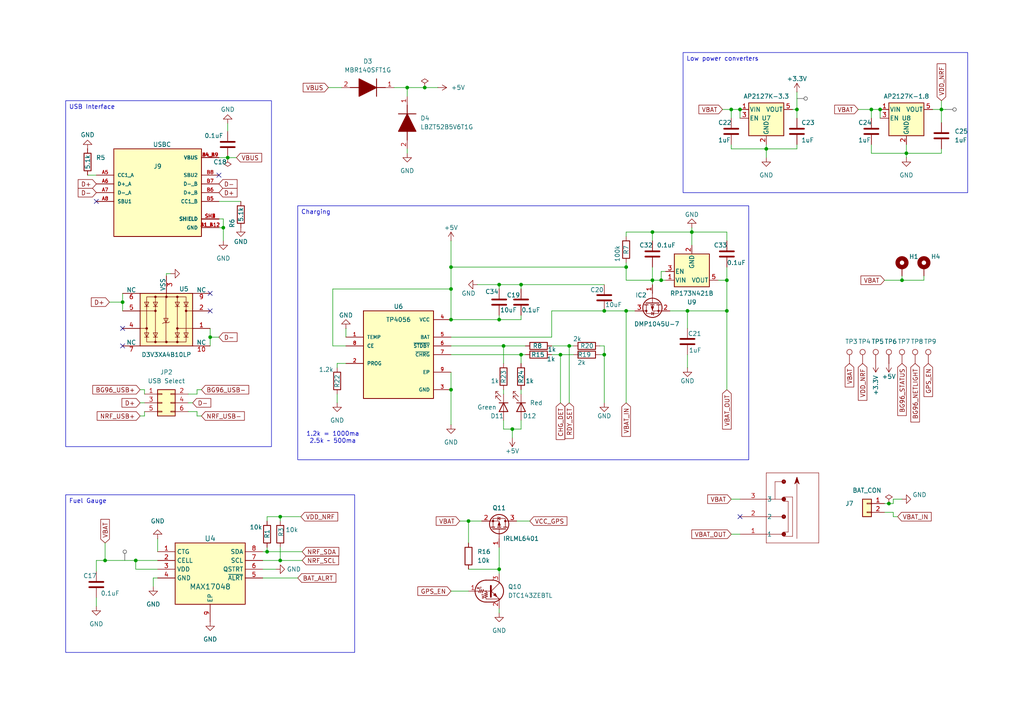
<source format=kicad_sch>
(kicad_sch (version 20231120) (generator "eeschema") (generator_version "8.0")
  (paper "A4")
  (title_block (title "Ivor GPS Tracker") (date "2024-08-24") (rev "1.5"))
  (junction (at 148.59 124.46))
  (junction (at 261.62 81.28))
  (junction (at 165.1 100.33))
  (junction (at 210.82 90.17))
  (junction (at 130.81 113.03))
  (junction (at 181.61 77.47))
  (junction (at 130.81 83.82))
  (junction (at 151.13 102.87))
  (junction (at 35.56 87.63))
  (junction (at 144.78 165.1))
  (junction (at 144.78 82.55))
  (junction (at 273.05 31.75))
  (junction (at 175.26 90.17))
  (junction (at 222.25 43.18))
  (junction (at 81.28 162.56))
  (junction (at 212.09 31.75))
  (junction (at 255.27 31.75))
  (junction (at 146.05 100.33))
  (junction (at 210.82 81.28))
  (junction (at 162.56 102.87))
  (junction (at 30.48 162.56))
  (junction (at 77.47 160.02))
  (junction (at 181.61 90.17))
  (junction (at 191.77 81.28))
  (junction (at 200.66 67.31))
  (junction (at 151.13 82.55))
  (junction (at 257.81 146.05))
  (junction (at 175.26 102.87))
  (junction (at 39.37 162.56))
  (junction (at 189.23 67.31))
  (junction (at 252.73 31.75))
  (junction (at 189.23 81.28))
  (junction (at 262.89 44.45))
  (junction (at 123.19 25.4))
  (junction (at 130.81 92.71))
  (junction (at 64.77 66.04))
  (junction (at 118.11 25.4))
  (junction (at 144.78 92.71))
  (junction (at 231.14 31.75))
  (junction (at 66.04 45.72))
  (junction (at 130.81 77.47))
  (junction (at 214.63 31.75))
  (junction (at 135.89 151.13))
  (junction (at 60.96 97.79))
  (junction (at 81.28 149.86))
  (junction (at 199.39 90.17))
  (no_connect (at 214.63 149.86))
  (no_connect (at 27.94 58.42))
  (no_connect (at 60.96 85.09))
  (no_connect (at 60.96 90.17))
  (no_connect (at 35.56 100.33))
  (no_connect (at 35.56 95.25))
  (no_connect (at 63.5 50.8))
  (wire (pts (xy 130.81 97.79) (xy 160.02 97.79)))
  (wire (pts (xy 60.96 97.79) (xy 60.96 95.25)))
  (wire (pts (xy 30.48 162.56) (xy 39.37 162.56)))
  (wire (pts (xy 210.82 67.31) (xy 210.82 69.85)))
  (wire (pts (xy 27.94 162.56) (xy 27.94 165.735)))
  (wire (pts (xy 135.89 151.13) (xy 139.7 151.13)))
  (wire (pts (xy 160.02 90.17) (xy 160.02 97.79)))
  (wire (pts (xy 151.13 102.87) (xy 152.4 102.87)))
  (wire (pts (xy 231.14 31.75) (xy 229.87 31.75)))
  (wire (pts (xy 151.13 82.55) (xy 175.26 82.55)))
  (wire (pts (xy 162.56 102.87) (xy 162.56 116.84)))
  (wire (pts (xy 256.54 81.28) (xy 261.62 81.28)))
  (wire (pts (xy 212.09 154.94) (xy 214.63 154.94)))
  (wire (pts (xy 255.27 31.75) (xy 255.27 34.29)))
  (wire (pts (xy 130.81 77.47) (xy 130.81 69.85)))
  (wire (pts (xy 212.09 144.78) (xy 214.63 144.78)))
  (wire (pts (xy 210.82 90.17) (xy 210.82 113.03)))
  (wire (pts (xy 63.5 66.04) (xy 64.77 66.04)))
  (wire (pts (xy 214.63 31.75) (xy 214.63 34.29)))
  (wire (pts (xy 130.81 102.87) (xy 151.13 102.87)))
  (wire (pts (xy 146.05 100.33) (xy 152.4 100.33)))
  (wire (pts (xy 54.61 116.84) (xy 55.88 116.84)))
  (wire (pts (xy 40.64 116.84) (xy 41.91 116.84)))
  (wire (pts (xy 97.79 114.3) (xy 97.79 116.84)))
  (wire (pts (xy 100.33 95.25) (xy 100.33 97.79)))
  (wire (pts (xy 77.47 160.02) (xy 87.63 160.02)))
  (wire (pts (xy 189.23 67.31) (xy 200.66 67.31)))
  (wire (pts (xy 146.05 113.03) (xy 146.05 114.3)))
  (wire (pts (xy 165.1 100.33) (xy 160.02 100.33)))
  (wire (pts (xy 63.5 63.5) (xy 64.77 63.5)))
  (wire (pts (xy 273.05 31.75) (xy 270.51 31.75)))
  (wire (pts (xy 57.15 113.03) (xy 57.15 114.3)))
  (wire (pts (xy 114.3 25.4) (xy 118.11 25.4)))
  (wire (pts (xy 95.25 25.4) (xy 99.06 25.4)))
  (wire (pts (xy 262.89 44.45) (xy 262.89 41.91)))
  (wire (pts (xy 97.79 105.41) (xy 100.33 105.41)))
  (wire (pts (xy 175.26 100.33) (xy 175.26 102.87)))
  (wire (pts (xy 259.08 144.78) (xy 259.08 146.05)))
  (wire (pts (xy 175.26 90.17) (xy 181.61 90.17)))
  (wire (pts (xy 81.28 162.56) (xy 87.63 162.56)))
  (wire (pts (xy 191.77 78.74) (xy 191.77 81.28)))
  (wire (pts (xy 144.78 91.44) (xy 144.78 92.71)))
  (wire (pts (xy 210.82 81.28) (xy 210.82 77.47)))
  (wire (pts (xy 151.13 124.46) (xy 151.13 121.92)))
  (wire (pts (xy 68.58 45.72) (xy 66.04 45.72)))
  (wire (pts (xy 189.23 77.47) (xy 189.23 81.28)))
  (wire (pts (xy 58.42 120.65) (xy 57.15 120.65)))
  (wire (pts (xy 259.08 146.05) (xy 257.81 146.05)))
  (wire (pts (xy 27.94 173.355) (xy 27.94 175.895)))
  (wire (pts (xy 259.08 148.59) (xy 256.54 148.59)))
  (wire (pts (xy 44.45 167.64) (xy 45.72 167.64)))
  (wire (pts (xy 41.91 120.65) (xy 41.91 119.38)))
  (wire (pts (xy 39.37 162.56) (xy 39.37 165.1)))
  (wire (pts (xy 48.26 79.375) (xy 49.53 79.375)))
  (wire (pts (xy 146.05 121.92) (xy 146.05 124.46)))
  (wire (pts (xy 146.05 124.46) (xy 148.59 124.46)))
  (wire (pts (xy 256.54 146.05) (xy 257.81 146.05)))
  (wire (pts (xy 149.86 151.13) (xy 153.67 151.13)))
  (wire (pts (xy 148.59 124.46) (xy 151.13 124.46)))
  (wire (pts (xy 259.08 144.78) (xy 261.62 144.78)))
  (wire (pts (xy 118.11 25.4) (xy 123.19 25.4)))
  (wire (pts (xy 130.81 100.33) (xy 146.05 100.33)))
  (wire (pts (xy 64.77 66.04) (xy 64.77 69.85)))
  (wire (pts (xy 199.39 90.17) (xy 210.82 90.17)))
  (wire (pts (xy 130.81 171.45) (xy 135.89 171.45)))
  (wire (pts (xy 58.42 113.03) (xy 57.15 113.03)))
  (wire (pts (xy 151.13 113.03) (xy 151.13 114.3)))
  (wire (pts (xy 273.05 31.75) (xy 274.32 31.75)))
  (wire (pts (xy 118.11 43.18) (xy 118.11 44.45)))
  (wire (pts (xy 76.2 160.02) (xy 77.47 160.02)))
  (wire (pts (xy 273.05 35.56) (xy 273.05 31.75)))
  (wire (pts (xy 41.91 113.03) (xy 41.91 114.3)))
  (wire (pts (xy 173.99 102.87) (xy 175.26 102.87)))
  (wire (pts (xy 44.45 170.18) (xy 44.45 167.64)))
  (wire (pts (xy 69.85 58.42) (xy 63.5 58.42)))
  (wire (pts (xy 252.73 31.75) (xy 252.73 34.29)))
  (wire (pts (xy 35.56 87.63) (xy 35.56 90.17)))
  (wire (pts (xy 165.1 100.33) (xy 165.1 116.84)))
  (wire (pts (xy 261.62 81.28) (xy 267.97 81.28)))
  (wire (pts (xy 199.39 90.17) (xy 199.39 95.25)))
  (wire (pts (xy 144.78 83.82) (xy 144.78 82.55)))
  (wire (pts (xy 162.56 102.87) (xy 166.37 102.87)))
  (wire (pts (xy 181.61 68.58) (xy 181.61 67.31)))
  (wire (pts (xy 222.25 43.18) (xy 222.25 41.91)))
  (wire (pts (xy 267.97 81.28) (xy 267.97 80.01)))
  (wire (pts (xy 66.04 45.72) (xy 63.5 45.72)))
  (wire (pts (xy 175.26 102.87) (xy 175.26 116.84)))
  (wire (pts (xy 144.78 177.8) (xy 144.78 176.53)))
  (wire (pts (xy 259.08 149.86) (xy 260.35 149.86)))
  (wire (pts (xy 31.75 87.63) (xy 35.56 87.63)))
  (wire (pts (xy 130.81 113.03) (xy 130.81 123.19)))
  (wire (pts (xy 165.1 100.33) (xy 166.37 100.33)))
  (wire (pts (xy 255.27 31.75) (xy 252.73 31.75)))
  (wire (pts (xy 130.81 107.95) (xy 130.81 113.03)))
  (wire (pts (xy 200.66 67.31) (xy 210.82 67.31)))
  (wire (pts (xy 181.61 67.31) (xy 189.23 67.31)))
  (wire (pts (xy 138.43 82.55) (xy 144.78 82.55)))
  (wire (pts (xy 262.89 44.45) (xy 262.89 45.72)))
  (wire (pts (xy 130.81 92.71) (xy 144.78 92.71)))
  (wire (pts (xy 252.73 41.91) (xy 252.73 44.45)))
  (wire (pts (xy 39.37 162.56) (xy 45.72 162.56)))
  (wire (pts (xy 212.09 31.75) (xy 214.63 31.75)))
  (wire (pts (xy 199.39 102.87) (xy 199.39 106.68)))
  (wire (pts (xy 144.78 165.1) (xy 144.78 166.37)))
  (wire (pts (xy 181.61 81.28) (xy 189.23 81.28)))
  (wire (pts (xy 57.15 114.3) (xy 54.61 114.3)))
  (wire (pts (xy 248.92 31.75) (xy 252.73 31.75)))
  (wire (pts (xy 252.73 44.45) (xy 262.89 44.45)))
  (wire (pts (xy 200.66 67.31) (xy 200.66 71.12)))
  (wire (pts (xy 146.05 100.33) (xy 146.05 105.41)))
  (wire (pts (xy 151.13 92.71) (xy 144.78 92.71)))
  (wire (pts (xy 181.61 90.17) (xy 181.61 116.84)))
  (wire (pts (xy 151.13 102.87) (xy 151.13 105.41)))
  (wire (pts (xy 273.05 29.21) (xy 273.05 31.75)))
  (wire (pts (xy 30.48 157.48) (xy 30.48 162.56)))
  (wire (pts (xy 148.59 124.46) (xy 148.59 127)))
  (wire (pts (xy 209.55 31.75) (xy 212.09 31.75)))
  (wire (pts (xy 231.14 26.67) (xy 231.14 31.75)))
  (wire (pts (xy 77.47 149.86) (xy 81.28 149.86)))
  (wire (pts (xy 212.09 43.18) (xy 212.09 41.91)))
  (wire (pts (xy 96.52 83.82) (xy 96.52 100.33)))
  (wire (pts (xy 48.26 80.01) (xy 48.26 79.375)))
  (wire (pts (xy 130.81 83.82) (xy 130.81 92.71)))
  (wire (pts (xy 212.09 43.18) (xy 222.25 43.18)))
  (wire (pts (xy 97.79 105.41) (xy 97.79 106.68)))
  (wire (pts (xy 76.2 162.56) (xy 81.28 162.56)))
  (wire (pts (xy 181.61 77.47) (xy 181.61 81.28)))
  (wire (pts (xy 173.99 100.33) (xy 175.26 100.33)))
  (wire (pts (xy 181.61 90.17) (xy 184.15 90.17)))
  (wire (pts (xy 96.52 83.82) (xy 130.81 83.82)))
  (wire (pts (xy 208.28 81.28) (xy 210.82 81.28)))
  (wire (pts (xy 39.37 165.1) (xy 45.72 165.1)))
  (wire (pts (xy 189.23 82.55) (xy 189.23 81.28)))
  (wire (pts (xy 63.5 97.79) (xy 60.96 97.79)))
  (wire (pts (xy 144.78 158.75) (xy 144.78 165.1)))
  (wire (pts (xy 160.02 102.87) (xy 162.56 102.87)))
  (wire (pts (xy 35.56 85.09) (xy 35.56 87.63)))
  (wire (pts (xy 212.09 31.75) (xy 212.09 34.29)))
  (wire (pts (xy 193.04 78.74) (xy 191.77 78.74)))
  (wire (pts (xy 133.35 151.13) (xy 135.89 151.13)))
  (wire (pts (xy 96.52 100.33) (xy 100.33 100.33)))
  (wire (pts (xy 259.08 149.86) (xy 259.08 148.59)))
  (wire (pts (xy 144.78 82.55) (xy 151.13 82.55)))
  (wire (pts (xy 189.23 69.85) (xy 189.23 67.31)))
  (wire (pts (xy 191.77 81.28) (xy 193.04 81.28)))
  (wire (pts (xy 222.25 43.18) (xy 222.25 45.72)))
  (wire (pts (xy 76.2 167.64) (xy 86.36 167.64)))
  (wire (pts (xy 77.47 158.75) (xy 77.47 160.02)))
  (wire (pts (xy 27.94 162.56) (xy 30.48 162.56)))
  (wire (pts (xy 160.02 90.17) (xy 175.26 90.17)))
  (wire (pts (xy 45.72 156.21) (xy 45.72 160.02)))
  (wire (pts (xy 130.81 77.47) (xy 130.81 83.82)))
  (wire (pts (xy 151.13 91.44) (xy 151.13 92.71)))
  (wire (pts (xy 194.31 90.17) (xy 199.39 90.17)))
  (wire (pts (xy 151.13 83.82) (xy 151.13 82.55)))
  (wire (pts (xy 123.19 25.4) (xy 127 25.4)))
  (wire (pts (xy 222.25 43.18) (xy 231.14 43.18)))
  (wire (pts (xy 81.28 158.75) (xy 81.28 162.56)))
  (wire (pts (xy 135.89 165.1) (xy 144.78 165.1)))
  (wire (pts (xy 64.77 63.5) (xy 64.77 66.04)))
  (wire (pts (xy 135.89 151.13) (xy 135.89 157.48)))
  (wire (pts (xy 60.96 97.79) (xy 60.96 100.33)))
  (wire (pts (xy 210.82 90.17) (xy 210.82 81.28)))
  (wire (pts (xy 80.01 165.1) (xy 76.2 165.1)))
  (wire (pts (xy 231.14 43.18) (xy 231.14 41.91)))
  (wire (pts (xy 261.62 80.01) (xy 261.62 81.28)))
  (wire (pts (xy 231.14 34.29) (xy 231.14 31.75)))
  (wire (pts (xy 81.28 149.86) (xy 87.249 149.86)))
  (wire (pts (xy 77.47 149.86) (xy 77.47 151.13)))
  (wire (pts (xy 181.61 76.2) (xy 181.61 77.47)))
  (wire (pts (xy 40.64 120.65) (xy 41.91 120.65)))
  (wire (pts (xy 189.23 81.28) (xy 191.77 81.28)))
  (wire (pts (xy 262.89 44.45) (xy 273.05 44.45)))
  (wire (pts (xy 81.28 149.86) (xy 81.28 151.13)))
  (wire (pts (xy 40.64 113.03) (xy 41.91 113.03)))
  (wire (pts (xy 66.04 38.1) (xy 66.04 35.814)))
  (wire (pts (xy 57.15 119.38) (xy 54.61 119.38)))
  (wire (pts (xy 25.4 50.8) (xy 27.94 50.8)))
  (wire (pts (xy 57.15 120.65) (xy 57.15 119.38)))
  (wire (pts (xy 130.81 77.47) (xy 181.61 77.47)))
  (wire (pts (xy 200.66 67.31) (xy 200.66 66.04)))
  (wire (pts (xy 273.05 43.18) (xy 273.05 44.45)))
  (wire (pts (xy 118.11 25.4) (xy 118.11 27.94)))
  (text_box "Fuel Gauge" (at 19.05 143.51 0) (size 83.82 45.72) (effects (font (size 1.27 1.27)) (justify left top)))
  (text_box "Low power converters" (at 198.12 15.24 0) (size 82.55 40.64) (effects (font (size 1.27 1.27)) (justify left top)))
  (text_box "Charging" (at 86.36 59.69 0) (size 130.81 73.66) (effects (font (size 1.27 1.27)) (justify left top)))
  (text_box "USB Interface" (at 19.05 29.21 0) (size 59.69 100.33) (effects (font (size 1.27 1.27)) (justify left top)))
  (text "1.2k = 1000ma\n2.5k ~ 500ma" (at 96.52 127 0) (effects (font (size 1.27 1.27))))
  (global_label "D-" (shape input) (at 27.94 55.88 180) (property "Intersheetrefs" "${INTERSHEET_REFS}" (effects (hide yes))))
  (global_label "NRF_USB-" (shape input) (at 58.42 120.65 0) (property "Intersheetrefs" "${INTERSHEET_REFS}" (effects (hide yes))))
  (global_label "D+" (shape input) (at 27.94 53.34 180) (property "Intersheetrefs" "${INTERSHEET_REFS}" (effects (hide yes))))
  (global_label "VBAT" (shape input) (at 256.54 81.28 180) (property "Intersheetrefs" "${INTERSHEET_REFS}" (effects (hide yes))))
  (global_label "BG96_USB+" (shape input) (at 40.64 113.03 180) (property "Intersheetrefs" "${INTERSHEET_REFS}" (effects (hide yes))))
  (global_label "VBAT" (shape input) (at 30.48 157.48 90) (property "Intersheetrefs" "${INTERSHEET_REFS}" (effects (hide yes))))
  (global_label "VBAT_IN" (shape input) (at 181.61 116.84 270) (property "Intersheetrefs" "${INTERSHEET_REFS}" (effects (hide yes))))
  (global_label "BG96_NETLIGHT" (shape input) (at 265.43 105.41 270) (property "Intersheetrefs" "${INTERSHEET_REFS}" (effects (hide yes))))
  (global_label "BG96_USB-" (shape input) (at 58.42 113.03 0) (property "Intersheetrefs" "${INTERSHEET_REFS}" (effects (hide yes))))
  (global_label "VBAT_OUT" (shape input) (at 210.82 113.03 270) (property "Intersheetrefs" "${INTERSHEET_REFS}" (effects (hide yes))))
  (global_label "VDD_NRF" (shape input) (at 273.05 29.21 90) (property "Intersheetrefs" "${INTERSHEET_REFS}" (effects (hide yes))))
  (global_label "CHG_DET" (shape input) (at 162.56 116.84 270) (property "Intersheetrefs" "${INTERSHEET_REFS}" (effects (hide yes))))
  (global_label "VBAT_OUT" (shape input) (at 212.09 154.94 180) (property "Intersheetrefs" "${INTERSHEET_REFS}" (effects (hide yes))))
  (global_label "VBAT" (shape input) (at 246.38 105.41 270) (property "Intersheetrefs" "${INTERSHEET_REFS}" (effects (hide yes))))
  (global_label "D+" (shape input) (at 40.64 116.84 180) (property "Intersheetrefs" "${INTERSHEET_REFS}" (effects (hide yes))))
  (global_label "VBAT" (shape input) (at 209.55 31.75 180) (property "Intersheetrefs" "${INTERSHEET_REFS}" (effects (hide yes))))
  (global_label "NRF_SCL" (shape input) (at 87.63 162.56 0) (property "Intersheetrefs" "${INTERSHEET_REFS}" (effects (hide yes))))
  (global_label "NRF_USB+" (shape input) (at 40.64 120.65 180) (property "Intersheetrefs" "${INTERSHEET_REFS}" (effects (hide yes))))
  (global_label "VBUS" (shape input) (at 95.25 25.4 180) (property "Intersheetrefs" "${INTERSHEET_REFS}" (effects (hide yes))))
  (global_label "NRF_SDA" (shape input) (at 87.63 160.02 0) (property "Intersheetrefs" "${INTERSHEET_REFS}" (effects (hide yes))))
  (global_label "VBAT" (shape input) (at 133.35 151.13 180) (property "Intersheetrefs" "${INTERSHEET_REFS}" (effects (hide yes))))
  (global_label "VBAT" (shape input) (at 212.09 144.78 180) (property "Intersheetrefs" "${INTERSHEET_REFS}" (effects (hide yes))))
  (global_label "VBAT_IN" (shape input) (at 260.35 149.86 0) (property "Intersheetrefs" "${INTERSHEET_REFS}" (effects (hide yes))))
  (global_label "GPS_EN" (shape input) (at 269.24 105.41 270) (property "Intersheetrefs" "${INTERSHEET_REFS}" (effects (hide yes))))
  (global_label "VDD_NRF" (shape input) (at 250.19 105.41 270) (property "Intersheetrefs" "${INTERSHEET_REFS}" (effects (hide yes))))
  (global_label "VBUS" (shape input) (at 68.58 45.72 0) (property "Intersheetrefs" "${INTERSHEET_REFS}" (effects (hide yes))))
  (global_label "D-" (shape input) (at 55.88 116.84 0) (property "Intersheetrefs" "${INTERSHEET_REFS}" (effects (hide yes))))
  (global_label "VBAT" (shape input) (at 248.92 31.75 180) (property "Intersheetrefs" "${INTERSHEET_REFS}" (effects (hide yes))))
  (global_label "GPS_EN" (shape input) (at 130.81 171.45 180) (property "Intersheetrefs" "${INTERSHEET_REFS}" (effects (hide yes))))
  (global_label "RDY_SET" (shape input) (at 165.1 116.84 270) (property "Intersheetrefs" "${INTERSHEET_REFS}" (effects (hide yes))))
  (global_label "VCC_GPS" (shape input) (at 153.67 151.13 0) (property "Intersheetrefs" "${INTERSHEET_REFS}" (effects (hide yes))))
  (global_label "D-" (shape input) (at 63.5 97.79 0) (property "Intersheetrefs" "${INTERSHEET_REFS}" (effects (hide yes))))
  (global_label "BAT_ALRT" (shape input) (at 86.36 167.64 0) (property "Intersheetrefs" "${INTERSHEET_REFS}" (effects (hide yes))))
  (global_label "D-" (shape input) (at 63.5 53.34 0) (property "Intersheetrefs" "${INTERSHEET_REFS}" (effects (hide yes))))
  (global_label "VDD_NRF" (shape input) (at 87.249 149.86 0) (property "Intersheetrefs" "${INTERSHEET_REFS}" (effects (hide yes))))
  (global_label "D+" (shape input) (at 63.5 55.88 0) (property "Intersheetrefs" "${INTERSHEET_REFS}" (effects (hide yes))))
  (global_label "BG96_STATUS" (shape input) (at 261.62 105.41 270) (property "Intersheetrefs" "${INTERSHEET_REFS}" (effects (hide yes))))
  (global_label "D+" (shape input) (at 31.75 87.63 180) (property "Intersheetrefs" "${INTERSHEET_REFS}" (effects (hide yes))))
  (netclass_flag "" (length 2.54) (shape round) (at 274.32 31.75 270) (property "Netclass" "power" (effects (hide yes))))
  (netclass_flag "" (length 2.54) (shape round) (at 231.14 28.575 270) (property "Netclass" "power" (effects (hide yes))))
  (netclass_flag "" (length 2.54) (shape round) (at 36.195 162.56 0) (property "Netclass" "power" (effects (hide yes))))
  (symbol (lib_id "power:GND") (at 80.01 165.1 90) (unit 1)
    (property "Reference" "#PWR039" (effects (hide yes)))
    (property "Value" "GND" (at 83.185 165.0999 90) (effects (justify right)))
    (property "Description" "Power symbol creates a global label with name \"GND\" , ground" (effects (hide yes)))
    (instances (project "tracker" (path "" (reference "#PWR039") (unit 1))) (project "tracker-pcb" (path "" (reference "#PWR?") (unit 1)) (path "" (reference "#PWR?") (unit 1))))
  )
  (symbol (lib_id "Regulator_Linear:AP2127K-4.2") (at 200.66 78.74 0) (mirror x) (unit 1)
    (property "Reference" "U9" (at 200.66 87.63 0))
    (property "Value" "RP173N421B" (at 200.66 85.09 0))
    (property "Footprint" "Package_TO_SOT_SMD:SOT-23-5" (effects (hide yes)))
    (property "Datasheet" "https://www.mouser.co.uk/datasheet/2/294/rp173_ea-3219957.pdf" (effects (hide yes)))
  )
  (symbol (lib_id "power:GND") (at 69.85 66.04 0) (mirror y) (unit 1)
    (property "Reference" "#PWR032" (effects (hide yes)))
    (property "Value" "GND" (at 69.85 70.104 0))
    (property "Description" "Power symbol creates a global label with name \"GND\" , ground" (effects (hide yes)))
  )
  (symbol (lib_id "Device:C") (at 66.04 41.91 180) (unit 1)
    (property "Reference" "C18" (at 65.786 46.99 0) (effects (justify left)))
    (property "Value" "0.1uF" (at 64.77 39.37 0) (effects (justify left)))
    (property "Footprint" "Capacitor_SMD:C_0402_1005Metric" (effects (hide yes)))
    (property "LCSC" "C2167244" (effects (hide yes)))
  )
  (symbol (lib_id "power:GND") (at 200.66 66.04 180) (unit 1)
    (property "Reference" "#PWR064" (effects (hide yes)))
    (property "Value" "GND" (at 200.66 62.23 0))
  )
  (symbol (lib_id "Device:R") (at 170.18 102.87 90) (unit 1)
    (property "Reference" "R19" (at 171.45 102.87 90) (effects (justify left)))
    (property "Value" "2k" (at 169.926 105.156 90) (effects (justify left)))
    (property "Footprint" "Resistor_SMD:R_0402_1005Metric" (effects (hide yes)))
    (property "LCSC" "C11702" (effects (hide yes)))
  )
  (symbol (lib_id "Device:R") (at 135.89 161.29 0) (unit 1)
    (property "Reference" "R16" (at 138.43 160.02 0) (effects (justify left)))
    (property "Value" "10k" (at 138.43 162.56 0) (effects (justify left)))
    (property "Footprint" "Resistor_SMD:R_0402_1005Metric" (effects (hide yes)))
    (property "LCSC" "C25744" (effects (hide yes)))
    (instances (project "tracker" (path "" (reference "R16") (unit 1))) (project "tracker-pcb" (path "" (reference "R?") (unit 1)) (path "" (reference "R?") (unit 1))))
  )
  (symbol (lib_id "Device:C") (at 144.78 87.63 0) (mirror x) (unit 1)
    (property "Reference" "C34" (at 140.716 84.582 0) (effects (justify left)))
    (property "Value" "10uF" (at 145.034 89.916 0) (effects (justify left)))
    (property "Footprint" "Capacitor_SMD:C_0603_1608Metric" (effects (hide yes)))
    (property "LCSC" "C70225" (effects (hide yes)))
    (property "Tolerance" "10%" (effects (hide yes)))
    (property "Voltage" "16v" (effects (hide yes)))
  )
  (symbol (lib_id "power:GND") (at 130.81 123.19 0) (unit 1)
    (property "Reference" "#PWR080" (effects (hide yes)))
    (property "Value" "GND" (at 130.81 128.27 0))
  )
  (symbol (lib_id "power:GND") (at 44.45 170.18 0) (unit 1)
    (property "Reference" "#PWR036" (effects (hide yes)))
    (property "Value" "GND" (at 44.45 175.26 0))
    (property "Description" "Power symbol creates a global label with name \"GND\" , ground" (effects (hide yes)))
    (instances (project "tracker" (path "" (reference "#PWR036") (unit 1))) (project "tracker-pcb" (path "" (reference "#PWR?") (unit 1)) (path "" (reference "#PWR?") (unit 1))))
  )
  (symbol (lib_id "power:GND") (at 49.53 79.375 90) (unit 1)
    (property "Reference" "#PWR038" (effects (hide yes)))
    (property "Value" "GND" (effects (hide yes)))
    (property "Description" "Power symbol creates a global label with name \"GND\" , ground" (effects (hide yes)))
    (instances (project "tracker" (path "" (reference "#PWR038") (unit 1))) (project "tracker-pcb" (path "" (reference "#PWR?") (unit 1)) (path "" (reference "#PWR?") (unit 1))))
  )
  (symbol (lib_id "Device:R") (at 25.4 46.99 180) (unit 1)
    (property "Reference" "R5" (at 29.21 45.72 0))
    (property "Value" "5.1k" (at 25.4 46.99 90))
    (property "Footprint" "Resistor_SMD:R_0402_1005Metric" (effects (hide yes)))
    (property "LCSC" "C25862" (effects (hide yes)))
  )
  (symbol (lib_id "Device:C") (at 175.26 86.36 0) (unit 1)
    (property "Reference" "C20" (at 171.196 84.074 0) (effects (justify left)))
    (property "Value" "10uF" (at 175.514 88.392 0) (effects (justify left)))
    (property "Footprint" "Capacitor_SMD:C_0603_1608Metric" (effects (hide yes)))
    (property "LCSC" "C70225" (effects (hide yes)))
    (property "Tolerance" "10%" (effects (hide yes)))
    (property "Voltage" "16v" (effects (hide yes)))
  )
  (symbol (lib_id "power:GND") (at 97.79 116.84 0) (unit 1)
    (property "Reference" "#PWR077" (effects (hide yes)))
    (property "Value" "GND" (at 97.79 121.92 0))
  )
  (symbol (lib_id "Device:C") (at 27.94 169.545 0) (unit 1)
    (property "Reference" "C17" (at 24.13 167.005 0) (effects (justify left)))
    (property "Value" "0.1uF" (at 29.21 172.085 0) (effects (justify left)))
    (property "Footprint" "Capacitor_SMD:C_0402_1005Metric" (effects (hide yes)))
    (property "LCSC" "C2167244" (effects (hide yes)))
    (instances (project "tracker" (path "" (reference "C17") (unit 1))) (project "tracker-pcb" (path "" (reference "C?") (unit 1))))
  )
  (symbol (lib_id "Mechanical:MountingHole_Pad") (at 261.62 77.47 0) (unit 1)
    (property "Reference" "H1" (at 263.652 74.422 0) (effects (justify left)))
    (property "Value" "Pad" (effects (hide yes)))
    (property "Footprint" "components:Pad" (effects (hide yes)))
  )
  (symbol (lib_id "Connector_Generic:Conn_01x02") (at 251.46 146.05 0) (mirror y) (unit 1)
    (property "Reference" "J7" (at 246.38 146.05 0))
    (property "Value" "BAT_CON" (at 251.46 142.24 0))
    (property "Footprint" "Connector_JST:JST_XA_B02B-XASK-1_1x02_P2.50mm_Vertical" (effects (hide yes)))
    (property "LCSC" "C158006" (effects (hide yes)))
  )
  (symbol (lib_id "power:+5V") (at 130.81 69.85 0) (unit 1)
    (property "Reference" "#PWR079" (effects (hide yes)))
    (property "Value" "+5V" (at 130.81 66.04 0))
  )
  (symbol (lib_id "Regulator_Linear:AP2127K-1.8") (at 262.89 34.29 0) (unit 1)
    (property "Reference" "U8" (at 262.89 34.29 0))
    (property "Value" "AP2127K-1.8" (at 262.89 27.94 0))
    (property "Footprint" "Package_TO_SOT_SMD:SOT-23-5" (effects (hide yes)))
    (property "Datasheet" "https://www.diodes.com/assets/Datasheets/AP2127.pdf" (effects (hide yes)))
    (property "LCSC" "C151375" (effects (hide yes)))
    (instances (project "tracker" (path "" (reference "U8") (unit 1))) (project "tracker-pcb" (path "" (reference "U?") (unit 1)) (path "" (reference "U?") (unit 1))))
  )
  (symbol (lib_id "Device:R") (at 181.61 72.39 0) (mirror x) (unit 1)
    (property "Reference" "R7" (at 181.61 71.12 90) (effects (justify left)))
    (property "Value" "100k" (at 179.07 71.12 90) (effects (justify left)))
    (property "Footprint" "Resistor_SMD:R_0402_1005Metric" (effects (hide yes)))
    (property "LCSC" "C11702" (effects (hide yes)))
  )
  (symbol (lib_id "power:GND") (at 118.11 44.45 0) (unit 1)
    (property "Reference" "#PWR043" (effects (hide yes)))
    (property "Value" "GND" (at 118.11 49.53 0))
    (property "Description" "Power symbol creates a global label with name \"GND\" , ground" (effects (hide yes)))
    (instances (project "tracker" (path "" (reference "#PWR043") (unit 1))) (project "tracker-pcb" (path "" (reference "#PWR?") (unit 1)) (path "" (reference "#PWR?") (unit 1))))
  )
  (symbol (lib_id "power:+5V") (at 148.59 127 0) (mirror x) (unit 1)
    (property "Reference" "#PWR082" (effects (hide yes)))
    (property "Value" "+5V" (at 148.59 130.81 0))
  )
  (symbol (lib_id "Device:C") (at 212.09 38.1 0) (unit 1)
    (property "Reference" "C22" (at 208.28 35.56 0) (effects (justify left)))
    (property "Value" "1uF" (at 208.28 40.64 0) (effects (justify left)))
    (property "Footprint" "Capacitor_SMD:C_0402_1005Metric" (effects (hide yes)))
    (property "LCSC" "C14445" (effects (hide yes)))
    (instances (project "tracker" (path "" (reference "C22") (unit 1))) (project "tracker-pcb" (path "" (reference "C?") (unit 1)) (path "" (reference "C?") (unit 1))))
  )
  (symbol (lib_id "2024-08-07_19-31-38:CSS-1210TB") (at 209.55 152.4 180) (unit 1)
    (property "Reference" "SW3" (effects (hide yes)))
    (property "Value" "SW_SPDT" (effects (hide yes)))
    (property "Footprint" "footprints:SW3_CSS-1210TB_NDC" (effects (hide yes)))
    (property "Datasheet" "CSS-1210TB" (effects (hide yes)))
    (property "Description" "Slide Switch, EG Series, SPDT, Non-Shorting, ON-ON, 300mA DC, 6VDC, R/A, PC | E-Switch EG1270" (effects (hide yes)))
    (property "LCSC" "C2858294" (effects (hide yes)))
    (property "MF" "E-Switch" (effects (hide yes)))
    (property "MAXIMUM_PACKAGE_HEIGHT" "4.0 mm" (effects (hide yes)))
    (property "Package" "None" (effects (hide yes)))
    (property "Price" "None" (effects (hide yes)))
    (property "Check_prices" "https://www.snapeda.com/parts/EG1270/E-Switch/view-part/?ref=eda" (effects (hide yes)))
    (property "STANDARD" "Manufacturer Recommendations" (effects (hide yes)))
    (property "PARTREV" "-" (effects (hide yes)))
    (property "SnapEDA_Link" "https://www.snapeda.com/parts/EG1270/E-Switch/view-part/?ref=snap" (effects (hide yes)))
    (property "MP" "EG1270" (effects (hide yes)))
    (property "Purchase-URL" "https://www.snapeda.com/api/url_track_click_mouser/?unipart_id=186937&manufacturer=E-Switch&part_name=EG1270&search_term=js102011saqn" (effects (hide yes)))
    (property "MANUFACTURER" "E-Switch" (effects (hide yes)))
    (property "Availability" "In Stock" (effects (hide yes)))
    (property "SNAPEDA_PN" "EG1270" (effects (hide yes)))
    (instances (project "tracker" (path "" (reference "SW3") (unit 1))) (project "tracker-pcb" (path "" (reference "SW?") (unit 1))))
  )
  (symbol (lib_id "Device:R") (at 170.18 100.33 90) (unit 1)
    (property "Reference" "R20" (at 172.212 100.33 90) (effects (justify left)))
    (property "Value" "2k" (at 168.656 98.298 90) (effects (justify left)))
    (property "Footprint" "Resistor_SMD:R_0402_1005Metric" (effects (hide yes)))
    (property "LCSC" "C11702" (effects (hide yes)))
  )
  (symbol (lib_id "Device:R") (at 81.28 154.94 0) (unit 1)
    (property "Reference" "R3" (at 81.534 155.702 90) (effects (justify left)))
    (property "Value" "10k" (at 82.804 153.67 0) (effects (justify left)))
    (property "Footprint" "Resistor_SMD:R_0402_1005Metric" (effects (hide yes)))
    (property "LCSC" "C25744" (effects (hide yes)))
    (instances (project "tracker" (path "" (reference "R3") (unit 1))) (project "tracker-pcb" (path "" (reference "R?") (unit 1))))
  )
  (symbol (lib_id "Regulator_Linear:AP2127K-3.3") (at 222.25 34.29 0) (unit 1)
    (property "Reference" "U7" (at 222.25 34.29 0))
    (property "Value" "AP2127K-3.3" (at 222.25 27.94 0))
    (property "Footprint" "Package_TO_SOT_SMD:SOT-23-5" (effects (hide yes)))
    (property "Datasheet" "https://www.diodes.com/assets/Datasheets/AP2127.pdf" (effects (hide yes)))
    (property "LCSC" "C156285" (effects (hide yes)))
    (instances (project "tracker" (path "" (reference "U7") (unit 1))) (project "tracker-pcb" (path "" (reference "U?") (unit 1)) (path "" (reference "U?") (unit 1))))
  )
  (symbol (lib_id "TP4056:TP4056") (at 115.57 102.87 0) (unit 1)
    (property "Reference" "U6" (at 115.57 88.9 0))
    (property "Value" "TP4056" (at 115.57 92.71 0))
    (property "Footprint" "components:ESOP-8_L4.9-W3.9-P1.27-LS6.0-BL-EP" (effects (hide yes)))
    (property "Description" "Complete single cell Li-Ion battery with a constant current / constant voltage linear charger" (effects (hide yes)))
    (property "MF" "NanJing Top Power ASIC Corp." (effects (hide yes)))
    (property "MAXIMUM_PACKAGE_HEIGHT" "1.75mm" (effects (hide yes)))
    (property "Package" "Package" (effects (hide yes)))
    (property "Price" "None" (effects (hide yes)))
    (property "Check_prices" "https://www.snapeda.com/parts/TP4056/NanJing+Top+Power+ASIC+Corp./view-part/?ref=eda" (effects (hide yes)))
    (property "STANDARD" "IPC 7351B" (effects (hide yes)))
    (property "SnapEDA_Link" "https://www.snapeda.com/parts/TP4056/NanJing+Top+Power+ASIC+Corp./view-part/?ref=snap" (effects (hide yes)))
    (property "MP" "TP4056" (effects (hide yes)))
    (property "Availability" "Not in stock" (effects (hide yes)))
    (property "MANUFACTURER" "NanJing Top Power ASIC Corp." (effects (hide yes)))
    (property "LCSC" "C16581" (effects (hide yes)))
  )
  (symbol (lib_id "power:GND") (at 261.62 144.78 90) (unit 1)
    (property "Reference" "#PWR031" (effects (hide yes)))
    (property "Value" "GND" (at 266.7 143.51 90))
    (property "Description" "Power symbol creates a global label with name \"GND\" , ground" (effects (hide yes)))
    (instances (project "tracker" (path "" (reference "#PWR031") (unit 1))) (project "tracker-pcb" (path "" (reference "#PWR?") (unit 1)) (path "" (reference "#PWR?") (unit 1))))
  )
  (symbol (lib_id "Device:C") (at 231.14 38.1 0) (unit 1)
    (property "Reference" "C23" (at 232.41 35.56 0) (effects (justify left)))
    (property "Value" "1uF" (at 232.41 40.64 0) (effects (justify left)))
    (property "Footprint" "Capacitor_SMD:C_0402_1005Metric" (effects (hide yes)))
    (property "LCSC" "C14445" (effects (hide yes)))
    (instances (project "tracker" (path "" (reference "C23") (unit 1))) (project "tracker-pcb" (path "" (reference "C?") (unit 1)) (path "" (reference "C?") (unit 1))))
  )
  (symbol (lib_id "Device:C") (at 151.13 87.63 0) (mirror y) (unit 1)
    (property "Reference" "C19" (at 150.876 85.598 0) (effects (justify left)))
    (property "Value" "0.1uF" (at 156.718 89.916 0) (effects (justify left)))
    (property "Footprint" "Capacitor_SMD:C_0402_1005Metric" (effects (hide yes)))
    (property "LCSC" "C1525" (effects (hide yes)))
    (property "Tolerance" "10%" (effects (hide yes)))
    (property "Voltage" "10v" (effects (hide yes)))
  )
  (symbol (lib_id "Connector:TestPoint") (at 250.19 105.41 0) (unit 1)
    (property "Reference" "TP4" (at 248.92 99.06 0) (effects (justify left)))
    (property "Value" "TestPoint" (effects (hide yes)))
    (property "Footprint" "TestPoint:TestPoint_Pad_D1.0mm" (effects (hide yes)))
    (property "Description" "test point" (effects (hide yes)))
  )
  (symbol (lib_id "power:+3.3V") (at 254 105.41 180) (unit 1)
    (property "Reference" "#PWR041" (effects (hide yes)))
    (property "Value" "+3.3V" (at 254 111.76 90))
    (property "Description" "Power symbol creates a global label with name \"+3.3V\"" (effects (hide yes)))
  )
  (symbol (lib_id "Connector:TestPoint") (at 257.81 105.41 0) (unit 1)
    (property "Reference" "TP6" (at 256.54 99.06 0) (effects (justify left)))
    (property "Value" "TestPoint" (effects (hide yes)))
    (property "Footprint" "TestPoint:TestPoint_Pad_D1.0mm" (effects (hide yes)))
    (property "Description" "test point" (effects (hide yes)))
  )
  (symbol (lib_id "power:+5V") (at 257.81 105.41 180) (unit 1)
    (property "Reference" "#PWR044" (effects (hide yes)))
    (property "Value" "+5V" (at 257.81 109.22 0))
    (property "Description" "Power symbol creates a global label with name \"+5V\"" (effects (hide yes)))
  )
  (symbol (lib_id "Device:LED") (at 151.13 118.11 270) (unit 1)
    (property "Reference" "D12" (at 151.638 120.65 90) (effects (justify left)))
    (property "Value" "Red" (at 153.67 116.84 90) (effects (justify left)))
    (property "Footprint" "LED_SMD:LED_0402_1005Metric" (effects (hide yes)))
    (property "LCSC" "C264407" (effects (hide yes)))
  )
  (symbol (lib_id "power:GND") (at 66.04 35.814 0) (mirror x) (unit 1)
    (property "Reference" "#PWR04" (effects (hide yes)))
    (property "Value" "GND" (at 66.04 31.75 0))
    (property "Description" "Power symbol creates a global label with name \"GND\" , ground" (effects (hide yes)))
  )
  (symbol (lib_id "power:PWR_FLAG") (at 257.81 146.05 0) (unit 1)
    (property "Reference" "#FLG03" (effects (hide yes)))
    (property "Value" "PWR_FLAG" (effects (hide yes)))
    (property "Description" "Special symbol for telling ERC where power comes from" (effects (hide yes)))
    (instances (project "tracker" (path "" (reference "#FLG03") (unit 1))) (project "tracker-pcb" (path "" (reference "#FLG?") (unit 1)) (path "" (reference "#FLG?") (unit 1))))
  )
  (symbol (lib_id "Mechanical:MountingHole_Pad") (at 267.97 77.47 0) (unit 1)
    (property "Reference" "H4" (at 270.002 74.422 0) (effects (justify left)))
    (property "Value" "Pad" (effects (hide yes)))
    (property "Footprint" "components:Pad" (effects (hide yes)))
  )
  (symbol (lib_id "USBC:12402012E212A") (at 45.72 55.88 0) (unit 1)
    (property "Reference" "J9" (at 45.72 48.26 0))
    (property "Value" "USBC" (at 46.99 41.91 0))
    (property "Footprint" "footprints:12402012E212A" (effects (hide yes)))
    (property "MF" "Amphenol" (effects (hide yes)))
    (property "MAXIMUM_PACKAGE_HEIGHT" "3.26 mm" (effects (hide yes)))
    (property "Package" "None" (effects (hide yes)))
    (property "Price" "None" (effects (hide yes)))
    (property "Check_prices" "https://www.snapeda.com/parts/12402012E212A/Amphenol/view-part/?ref=eda" (effects (hide yes)))
    (property "STANDARD" "Manufacturer Recommendations" (effects (hide yes)))
    (property "PARTREV" "4" (effects (hide yes)))
    (property "SnapEDA_Link" "https://www.snapeda.com/parts/12402012E212A/Amphenol/view-part/?ref=snap" (effects (hide yes)))
    (property "MP" "12402012E212A" (effects (hide yes)))
    (property "Purchase-URL" "https://www.snapeda.com/api/url_track_click_mouser/?unipart_id=12292287&manufacturer=Amphenol&part_name=12402012E212A&search_term=None" (effects (hide yes)))
    (property "Description_1" "\nUSB2.0, Type C, Top mount, CH 1.68mm, Dual Row SMT\n" (effects (hide yes)))
    (property "Availability" "In Stock" (effects (hide yes)))
    (property "MANUFACTURER" "Amphenol" (effects (hide yes)))
  )
  (symbol (lib_id "Device:R") (at 151.13 109.22 0) (unit 1)
    (property "Reference" "R24" (at 151.13 111.252 90) (effects (justify left)))
    (property "Value" "1k" (at 152.4 110.49 0) (effects (justify left)))
    (property "Footprint" "Resistor_SMD:R_0402_1005Metric" (effects (hide yes)))
    (property "LCSC" "C11702" (effects (hide yes)))
  )
  (symbol (lib_id "Device:R") (at 69.85 62.23 0) (unit 1)
    (property "Reference" "R6" (at 67.31 64.77 90))
    (property "Value" "5.1k" (at 69.85 62.23 90))
    (property "Footprint" "Resistor_SMD:R_0402_1005Metric" (effects (hide yes)))
    (property "LCSC" "C25862" (effects (hide yes)))
  )
  (symbol (lib_id "Transistor_FET:IRLML6401") (at 144.78 153.67 270) (mirror x) (unit 1)
    (property "Reference" "Q11" (at 144.78 147.32 90))
    (property "Value" "IRLML6401" (at 151.13 156.21 90))
    (property "Footprint" "Package_TO_SOT_SMD:SOT-23" (effects (hide yes)))
    (property "Datasheet" "https://www.infineon.com/dgdl/irlml6401pbf.pdf?fileId=5546d462533600a401535668b96d2634" (effects (hide yes)))
    (property "Description" "-4.3A Id, -12V Vds, 50mOhm Rds, P-Channel HEXFET Power MOSFET, SOT-23" (effects (hide yes)))
    (property "LCSC" "C3034" (effects (hide yes)))
    (instances (project "tracker" (path "" (reference "Q11") (unit 1))) (project "tracker-pcb" (path "" (reference "Q?") (unit 1))))
  )
  (symbol (lib_id "Device:R") (at 156.21 102.87 90) (unit 1)
    (property "Reference" "R15" (at 157.988 102.87 90) (effects (justify left)))
    (property "Value" "1k" (at 161.036 104.14 90) (effects (justify left)))
    (property "Footprint" "Resistor_SMD:R_0402_1005Metric" (effects (hide yes)))
    (property "LCSC" "C11702" (effects (hide yes)))
  )
  (symbol (lib_id "Device:R") (at 146.05 109.22 0) (mirror y) (unit 1)
    (property "Reference" "R23" (at 146.05 111.252 90) (effects (justify left)))
    (property "Value" "1k" (at 144.78 110.49 0) (effects (justify left)))
    (property "Footprint" "Resistor_SMD:R_0402_1005Metric" (effects (hide yes)))
    (property "LCSC" "C11702" (effects (hide yes)))
  )
  (symbol (lib_id "Device:C") (at 189.23 73.66 0) (unit 1)
    (property "Reference" "C32" (at 185.42 71.12 0) (effects (justify left)))
    (property "Value" "0.1uF" (at 190.5 71.12 0) (effects (justify left)))
    (property "Footprint" "Capacitor_SMD:C_0402_1005Metric" (effects (hide yes)))
    (property "LCSC" "C14445" (effects (hide yes)))
  )
  (symbol (lib_id "Connector:TestPoint") (at 254 105.41 0) (unit 1)
    (property "Reference" "TP5" (at 252.73 99.06 0) (effects (justify left)))
    (property "Value" "TestPoint" (effects (hide yes)))
    (property "Footprint" "TestPoint:TestPoint_Pad_D1.0mm" (effects (hide yes)))
    (property "Description" "test point" (effects (hide yes)))
  )
  (symbol (lib_id "power:GND") (at 175.26 116.84 0) (unit 1)
    (property "Reference" "#PWR046" (effects (hide yes)))
    (property "Value" "GND" (at 175.26 120.65 0))
  )
  (symbol (lib_id "Connector_Generic:Conn_02x03_Odd_Even") (at 46.99 116.84 0) (unit 1)
    (property "Reference" "JP2" (at 48.26 107.95 0))
    (property "Value" "USB Select" (at 48.26 110.49 0))
    (property "Footprint" "Connector_PinHeader_2.00mm:PinHeader_2x03_P2.00mm_Vertical" (effects (hide yes)))
  )
  (symbol (lib_id "Device:R") (at 97.79 110.49 0) (unit 1)
    (property "Reference" "R22" (at 97.79 112.522 90) (effects (justify left)))
    (property "Value" "1.2k" (at 92.456 107.188 0) (effects (justify left)))
    (property "Footprint" "Resistor_SMD:R_0402_1005Metric" (effects (hide yes)))
    (property "LCSC" "C25862" (effects (hide yes)))
  )
  (symbol (lib_id "Connector:TestPoint") (at 246.38 105.41 0) (unit 1)
    (property "Reference" "TP3" (at 245.11 99.06 0) (effects (justify left)))
    (property "Value" "TestPoint" (effects (hide yes)))
    (property "Footprint" "TestPoint:TestPoint_Pad_D1.0mm" (effects (hide yes)))
    (property "Description" "test point" (effects (hide yes)))
  )
  (symbol (lib_id "MAX17048G+T10:MAX17048G+T10") (at 45.72 160.02 0) (unit 1)
    (property "Reference" "U4" (at 60.96 156.21 0) (effects (font (size 1.524 1.524))))
    (property "Value" "MAX17048" (at 60.96 170.18 0) (effects (font (size 1.524 1.524))))
    (property "Footprint" "components:DFN-8_L2.0-W2.0-P0.50-BL-EP" (effects (hide yes)))
    (property "Datasheet" "https://www.analog.com/MAX17048/datasheet" (effects (hide yes)))
    (property "Height" "0.8" (effects (hide yes)))
    (property "Mouser Part Number" "700-MAX17048G+T10" (effects (hide yes)))
    (property "Mouser Price/Stock" "https://www.mouser.co.uk/ProductDetail/Analog-Devices-Maxim-Integrated/MAX17048G%2bT10?qs=D7PJwyCwLAoGnnn8jEPRBQ%3D%3D" (effects (hide yes)))
    (property "Manufacturer_Name" "Analog Devices" (effects (hide yes)))
    (property "Manufacturer_Part_Number" "MAX17048G+T10" (effects (hide yes)))
    (property "LCSC" "C2682616" (effects (hide yes)))
    (instances (project "tracker" (path "" (reference "U4") (unit 1))) (project "tracker-pcb" (path "" (reference "U?") (unit 1)) (path "" (reference "U?") (unit 1))))
  )
  (symbol (lib_id "power:PWR_FLAG") (at 123.19 25.4 0) (unit 1)
    (property "Reference" "#FLG05" (effects (hide yes)))
    (property "Value" "PWR_FLAG" (effects (hide yes)))
    (property "Description" "Special symbol for telling ERC where power comes from" (effects (hide yes)))
    (instances (project "tracker" (path "" (reference "#FLG05") (unit 1))) (project "tracker-pcb" (path "" (reference "#FLG?") (unit 1)) (path "" (reference "#FLG?") (unit 1))))
  )
  (symbol (lib_id "Connector:TestPoint") (at 261.62 105.41 0) (unit 1)
    (property "Reference" "TP7" (at 260.35 99.06 0) (effects (justify left)))
    (property "Value" "TestPoint" (effects (hide yes)))
    (property "Footprint" "TestPoint:TestPoint_Pad_D1.0mm" (effects (hide yes)))
    (property "Description" "test point" (effects (hide yes)))
  )
  (symbol (lib_id "Transistor_BJT:DTC143E") (at 142.24 171.45 0) (unit 1)
    (property "Reference" "Q10" (at 147.32 170.18 0) (effects (justify left)))
    (property "Value" "DTC143ZEBTL" (at 147.32 172.72 0) (effects (justify left)))
    (property "Footprint" "components:SOTFL50P160X85-3N" (effects (hide yes)))
    (property "LCSC" "C308696" (effects (hide yes)))
    (instances (project "tracker" (path "" (reference "Q10") (unit 1))) (project "tracker-pcb" (path "" (reference "Q?") (unit 1))))
  )
  (symbol (lib_id "power:GND") (at 64.77 69.85 0) (mirror y) (unit 1)
    (property "Reference" "#PWR062" (effects (hide yes)))
    (property "Value" "GND" (at 64.77 74.93 0))
    (property "Description" "Power symbol creates a global label with name \"GND\" , ground" (effects (hide yes)))
  )
  (symbol (lib_id "power:+5V") (at 127 25.4 270) (unit 1)
    (property "Reference" "#PWR045" (effects (hide yes)))
    (property "Value" "+5V" (at 130.81 25.4 90) (effects (justify left)))
    (property "Description" "Power symbol creates a global label with name \"+5V\"" (effects (hide yes)))
    (instances (project "tracker" (path "" (reference "#PWR045") (unit 1))) (project "tracker-pcb" (path "" (reference "#PWR?") (unit 1)) (path "" (reference "#PWR?") (unit 1))))
  )
  (symbol (lib_id "Device:R") (at 77.47 154.94 0) (unit 1)
    (property "Reference" "R1" (at 77.47 156.21 90) (effects (justify left)))
    (property "Value" "10k" (at 72.39 152.908 0) (effects (justify left)))
    (property "Footprint" "Resistor_SMD:R_0402_1005Metric" (effects (hide yes)))
    (property "LCSC" "C25744" (effects (hide yes)))
    (instances (project "tracker" (path "" (reference "R1") (unit 1))) (project "tracker-pcb" (path "" (reference "R?") (unit 1))))
  )
  (symbol (lib_id "power:GND") (at 262.89 45.72 0) (unit 1)
    (property "Reference" "#PWR052" (effects (hide yes)))
    (property "Value" "GND" (at 262.89 50.8 0))
    (property "Description" "Power symbol creates a global label with name \"GND\" , ground" (effects (hide yes)))
    (instances (project "tracker" (path "" (reference "#PWR052") (unit 1))) (project "tracker-pcb" (path "" (reference "#PWR?") (unit 1)) (path "" (reference "#PWR?") (unit 1))))
  )
  (symbol (lib_id "Transistor_FET:IRLML6401") (at 189.23 87.63 90) (mirror x) (unit 1)
    (property "Reference" "IC2" (at 185.928 85.598 90))
    (property "Value" "DMP1045U-7" (at 190.5 93.98 90))
    (property "Footprint" "Package_TO_SOT_SMD:SOT-23-3" (effects (hide yes)))
    (property "Datasheet" "https://www.infineon.com/dgdl/irlml6401pbf.pdf?fileId=5546d462533600a401535668b96d2634" (effects (hide yes)))
    (property "Description" "-4.3A Id, -12V Vds, 50mOhm Rds, P-Channel HEXFET Power MOSFET, SOT-23" (effects (hide yes)))
    (property "Height" "1.1" (effects (hide yes)))
    (property "Mouser Part Number" "621-DMP1045U-7" (effects (hide yes)))
    (property "Mouser Price/Stock" "https://www.mouser.co.uk/ProductDetail/Diodes-Incorporated/DMP1045U-7?qs=T%2FOtf55vL7eEKnIWhgMvTQ%3D%3D" (effects (hide yes)))
    (property "Manufacturer_Name" "Diodes Incorporated" (effects (hide yes)))
    (property "Manufacturer_Part_Number" "DMP1045U-7" (effects (hide yes)))
  )
  (symbol (lib_id "Device:C") (at 199.39 99.06 0) (mirror y) (unit 1)
    (property "Reference" "C21" (at 203.454 96.774 0) (effects (justify left)))
    (property "Value" "1uF" (at 203.454 101.6 0) (effects (justify left)))
    (property "Footprint" "Capacitor_SMD:C_0402_1005Metric" (effects (hide yes)))
    (property "LCSC" "C70225" (effects (hide yes)))
    (property "Tolerance" "10%" (effects (hide yes)))
    (property "Voltage" "16v" (effects (hide yes)))
  )
  (symbol (lib_id "power:GND") (at 199.39 106.68 0) (unit 1)
    (property "Reference" "#PWR049" (effects (hide yes)))
    (property "Value" "GND" (at 199.39 110.49 0))
  )
  (symbol (lib_id "power:GND") (at 60.96 180.34 0) (unit 1)
    (property "Reference" "#PWR037" (effects (hide yes)))
    (property "Value" "GND" (at 60.96 185.42 0))
    (property "Description" "Power symbol creates a global label with name \"GND\" , ground" (effects (hide yes)))
    (instances (project "tracker" (path "" (reference "#PWR037") (unit 1))) (project "tracker-pcb" (path "" (reference "#PWR?") (unit 1)) (path "" (reference "#PWR?") (unit 1))))
  )
  (symbol (lib_id "Device:C") (at 273.05 39.37 0) (unit 1)
    (property "Reference" "C25" (at 276.86 38.1 0) (effects (justify left)))
    (property "Value" "1uF" (at 276.86 40.64 0) (effects (justify left)))
    (property "Footprint" "Capacitor_SMD:C_0402_1005Metric" (effects (hide yes)))
    (property "LCSC" "C14445" (effects (hide yes)))
    (instances (project "tracker" (path "" (reference "C25") (unit 1))) (project "tracker-pcb" (path "" (reference "C?") (unit 1)) (path "" (reference "C?") (unit 1))))
  )
  (symbol (lib_id "power:GND") (at 138.43 82.55 270) (unit 1)
    (property "Reference" "#PWR081" (effects (hide yes)))
    (property "Value" "GND" (at 135.89 85.09 90))
  )
  (symbol (lib_id "MBR140SFT1G:MBR140SFT1G") (at 114.3 25.4 180) (unit 1)
    (property "Reference" "D3" (at 106.68 17.78 0))
    (property "Value" "MBR140SFT1G" (at 106.68 20.32 0))
    (property "Footprint" "Diode_SMD:D_SOD-123F" (effects (hide yes)))
    (property "Datasheet" "http://www.onsemi.com/pub/Collateral/MBR140SFT1-D.PDF" (effects (hide yes)))
    (property "Height" "0.98" (effects (hide yes)))
    (property "Mouser Part Number" "863-MBR140SFT1G" (effects (hide yes)))
    (property "Mouser Price/Stock" "https://www.mouser.co.uk/ProductDetail/onsemi/MBR140SFT1G?qs=3JMERSakebrc0eIUjXPasA%3D%3D" (effects (hide yes)))
    (property "Manufacturer_Name" "onsemi" (effects (hide yes)))
    (property "Manufacturer_Part_Number" "MBR140SFT1G" (effects (hide yes)))
    (property "LCSC" "C43381" (effects (hide yes)))
    (instances (project "tracker" (path "" (reference "D3") (unit 1))) (project "tracker-pcb" (path "" (reference "D?") (unit 1)) (path "" (reference "D?") (unit 1))))
  )
  (symbol (lib_id "power:GND") (at 144.78 177.8 0) (unit 1)
    (property "Reference" "#PWR053" (effects (hide yes)))
    (property "Value" "GND" (at 144.78 182.88 0))
    (property "Description" "Power symbol creates a global label with name \"GND\" , ground" (effects (hide yes)))
    (instances (project "tracker" (path "" (reference "#PWR053") (unit 1))) (project "tracker-pcb" (path "" (reference "#PWR?") (unit 1)) (path "" (reference "#PWR?") (unit 1))))
  )
  (symbol (lib_id "power:GND") (at 27.94 175.895 0) (unit 1)
    (property "Reference" "#PWR033" (effects (hide yes)))
    (property "Value" "GND" (at 27.94 180.975 0))
    (property "Description" "Power symbol creates a global label with name \"GND\" , ground" (effects (hide yes)))
    (instances (project "tracker" (path "" (reference "#PWR033") (unit 1))) (project "tracker-pcb" (path "" (reference "#PWR?") (unit 1)) (path "" (reference "#PWR?") (unit 1))))
  )
  (symbol (lib_id "power:PWR_FLAG") (at 66.04 45.72 180) (unit 1)
    (property "Reference" "#FLG04" (effects (hide yes)))
    (property "Value" "PWR_FLAG" (effects (hide yes)))
    (property "Description" "Special symbol for telling ERC where power comes from" (effects (hide yes)))
  )
  (symbol (lib_id "Device:C") (at 210.82 73.66 0) (unit 1)
    (property "Reference" "C33" (at 207.01 71.12 0) (effects (justify left)))
    (property "Value" "0.1uF" (at 210.82 76.2 0) (effects (justify left)))
    (property "Footprint" "Capacitor_SMD:C_0402_1005Metric" (effects (hide yes)))
    (property "LCSC" "C14445" (effects (hide yes)))
  )
  (symbol (lib_id "power:GND") (at 25.4 43.18 0) (mirror x) (unit 1)
    (property "Reference" "#PWR034" (effects (hide yes)))
    (property "Value" "GND" (at 25.4 39.116 0))
    (property "Description" "Power symbol creates a global label with name \"GND\" , ground" (effects (hide yes)))
  )
  (symbol (lib_id "power:+3.3V") (at 231.14 26.67 0) (unit 1)
    (property "Reference" "#PWR051" (effects (hide yes)))
    (property "Value" "+3.3V" (at 231.14 22.86 0))
    (property "Description" "Power symbol creates a global label with name \"+3.3V\"" (effects (hide yes)))
    (instances (project "tracker" (path "" (reference "#PWR051") (unit 1))) (project "tracker-pcb" (path "" (reference "#PWR?") (unit 1)) (path "" (reference "#PWR?") (unit 1))))
  )
  (symbol (lib_id "Connector:TestPoint") (at 265.43 105.41 0) (unit 1)
    (property "Reference" "TP8" (at 264.16 99.06 0) (effects (justify left)))
    (property "Value" "TestPoint" (effects (hide yes)))
    (property "Footprint" "TestPoint:TestPoint_Pad_D1.0mm" (effects (hide yes)))
    (property "Description" "test point" (effects (hide yes)))
  )
  (symbol (lib_id "Power_Protection:D3V3XA4B10LP") (at 48.26 92.71 180) (unit 1)
    (property "Reference" "U5" (at 53.34 83.82 0))
    (property "Value" "D3V3XA4B10LP" (at 48.26 102.87 0))
    (property "Footprint" "Package_DFN_QFN:Diodes_UDFN-10_1.0x2.5mm_P0.5mm" (effects (hide yes)))
    (property "Datasheet" "https://www.diodes.com/assets/Datasheets/D3V3XA4B10LP.pdf" (effects (hide yes)))
    (property "LCSC" "C1980462" (effects (hide yes)))
    (instances (project "tracker" (path "" (reference "U5") (unit 1))) (project "tracker-pcb" (path "" (reference "U?") (unit 1)) (path "" (reference "U?") (unit 1))))
  )
  (symbol (lib_id "Device:LED") (at 146.05 118.11 270) (unit 1)
    (property "Reference" "D11" (at 142.24 120.65 90) (effects (justify left)))
    (property "Value" "Green" (at 138.43 118.11 90) (effects (justify left)))
    (property "Footprint" "LED_SMD:LED_0402_1005Metric" (effects (hide yes)))
    (property "LCSC" "C264408" (effects (hide yes)))
  )
  (symbol (lib_id "Connector:TestPoint") (at 269.24 105.41 0) (unit 1)
    (property "Reference" "TP9" (at 267.97 99.06 0) (effects (justify left)))
    (property "Value" "TestPoint" (effects (hide yes)))
    (property "Footprint" "TestPoint:TestPoint_Pad_D1.0mm" (effects (hide yes)))
    (property "Description" "test point" (effects (hide yes)))
  )
  (symbol (lib_id "power:GND") (at 45.72 156.21 180) (unit 1)
    (property "Reference" "#PWR063" (effects (hide yes)))
    (property "Value" "GND" (at 45.72 151.13 0))
    (property "Description" "Power symbol creates a global label with name \"GND\" , ground" (effects (hide yes)))
  )
  (symbol (lib_id "power:GND") (at 100.33 95.25 180) (unit 1)
    (property "Reference" "#PWR078" (effects (hide yes)))
    (property "Value" "GND" (at 100.33 91.44 0))
  )
  (symbol (lib_id "Device:C") (at 252.73 38.1 0) (unit 1)
    (property "Reference" "C24" (at 248.92 35.56 0) (effects (justify left)))
    (property "Value" "1uF" (at 248.92 40.64 0) (effects (justify left)))
    (property "Footprint" "Capacitor_SMD:C_0402_1005Metric" (effects (hide yes)))
    (property "LCSC" "C14445" (effects (hide yes)))
    (instances (project "tracker" (path "" (reference "C24") (unit 1))) (project "tracker-pcb" (path "" (reference "C?") (unit 1)) (path "" (reference "C?") (unit 1))))
  )
  (symbol (lib_id "MBR140SFT1G:LBZT52B5V6T1G") (at 118.11 27.94 270) (unit 1)
    (property "Reference" "D4" (at 121.92 34.29 90) (effects (justify left)))
    (property "Value" "LBZT52B5V6T1G" (at 121.92 36.83 90) (effects (justify left)))
    (property "Footprint" "Diode_SMD:D_SOD-123" (effects (hide yes)))
    (property "Datasheet" "http://www.onsemi.com/pub/Collateral/MBR140SFT1-D.PDF" (effects (hide yes)))
    (property "Height" "0.98" (effects (hide yes)))
    (property "Mouser Part Number" "863-MBR140SFT1G" (effects (hide yes)))
    (property "Mouser Price/Stock" "https://www.mouser.co.uk/ProductDetail/onsemi/MBR140SFT1G?qs=3JMERSakebrc0eIUjXPasA%3D%3D" (effects (hide yes)))
    (property "Manufacturer_Name" "onsemi" (effects (hide yes)))
    (property "Manufacturer_Part_Number" "MBR140SFT1G" (effects (hide yes)))
    (property "LCSC" "C2912016" (effects (hide yes)))
    (instances (project "tracker" (path "" (reference "D4") (unit 1))) (project "tracker-pcb" (path "" (reference "D?") (unit 1)) (path "" (reference "D?") (unit 1))))
  )
  (symbol (lib_id "Device:R") (at 156.21 100.33 90) (unit 1)
    (property "Reference" "R8" (at 157.226 100.33 90) (effects (justify left)))
    (property "Value" "1k" (at 161.29 101.346 90) (effects (justify left)))
    (property "Footprint" "Resistor_SMD:R_0402_1005Metric" (effects (hide yes)))
    (property "LCSC" "C11702" (effects (hide yes)))
  )
  (symbol (lib_id "power:GND") (at 222.25 45.72 0) (unit 1)
    (property "Reference" "#PWR050" (effects (hide yes)))
    (property "Value" "GND" (at 222.25 50.8 0))
    (property "Description" "Power symbol creates a global label with name \"GND\" , ground" (effects (hide yes)))
    (instances (project "tracker" (path "" (reference "#PWR050") (unit 1))) (project "tracker-pcb" (path "" (reference "#PWR?") (unit 1)) (path "" (reference "#PWR?") (unit 1))))
  )
)
</source>
